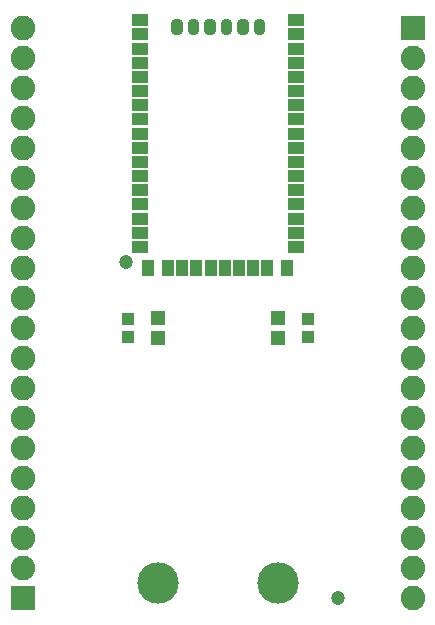
<source format=gbr>
G04 EAGLE Gerber RS-274X export*
G75*
%MOMM*%
%FSLAX34Y34*%
%LPD*%
%INSoldermask Top*%
%IPPOS*%
%AMOC8*
5,1,8,0,0,1.08239X$1,22.5*%
G01*
%ADD10R,1.403200X1.003200*%
%ADD11R,1.003200X1.403200*%
%ADD12C,0.802559*%
%ADD13R,1.003200X1.003200*%
%ADD14R,2.082800X2.082800*%
%ADD15C,2.082800*%
%ADD16R,1.203200X1.303200*%
%ADD17C,3.505200*%
%ADD18C,1.203200*%


D10*
X111800Y489700D03*
X111800Y477700D03*
X111800Y465700D03*
X111800Y453700D03*
X111800Y441700D03*
X111800Y429700D03*
X111800Y417700D03*
X111800Y405700D03*
X111800Y393700D03*
X111800Y381700D03*
X111800Y369700D03*
X111800Y357700D03*
X111800Y345700D03*
X111800Y333700D03*
X111800Y321700D03*
X111800Y309700D03*
D11*
X135800Y291700D03*
X147800Y291700D03*
X159800Y291700D03*
X171800Y291700D03*
X183800Y291700D03*
X195800Y291700D03*
X207800Y291700D03*
X219800Y291700D03*
D10*
X243800Y309700D03*
X243800Y321700D03*
X243800Y333700D03*
X243800Y345700D03*
X243800Y357700D03*
X243800Y369700D03*
X243800Y381700D03*
X243800Y393700D03*
X243800Y405700D03*
X243800Y417700D03*
X243800Y429700D03*
X243800Y441700D03*
X243800Y453700D03*
X243800Y465700D03*
X243800Y477700D03*
X243800Y489700D03*
X111800Y501700D03*
D11*
X118800Y291700D03*
X236800Y291800D03*
D10*
X243800Y501700D03*
D12*
X143803Y499703D02*
X143803Y493697D01*
X141797Y493697D01*
X141797Y499703D01*
X143803Y499703D01*
X157803Y499703D02*
X157803Y493697D01*
X155797Y493697D01*
X155797Y499703D01*
X157803Y499703D01*
X171803Y499703D02*
X171803Y493697D01*
X169797Y493697D01*
X169797Y499703D01*
X171803Y499703D01*
X185803Y499703D02*
X185803Y493697D01*
X183797Y493697D01*
X183797Y499703D01*
X185803Y499703D01*
X199803Y499703D02*
X199803Y493697D01*
X197797Y493697D01*
X197797Y499703D01*
X199803Y499703D01*
X213803Y499703D02*
X213803Y493697D01*
X211797Y493697D01*
X211797Y499703D01*
X213803Y499703D01*
D13*
X101600Y233800D03*
X101600Y248800D03*
X254000Y233800D03*
X254000Y248800D03*
D14*
X12700Y12700D03*
D15*
X12700Y38100D03*
X12700Y63500D03*
X12700Y88900D03*
X12700Y114300D03*
X12700Y139700D03*
X12700Y165100D03*
X12700Y190500D03*
X12700Y215900D03*
X12700Y241300D03*
X12700Y266700D03*
X12700Y292100D03*
X12700Y317500D03*
X12700Y342900D03*
X12700Y368300D03*
X12700Y393700D03*
X12700Y419100D03*
X12700Y444500D03*
X12700Y469900D03*
X12700Y495300D03*
D14*
X342900Y495300D03*
D15*
X342900Y469900D03*
X342900Y444500D03*
X342900Y419100D03*
X342900Y393700D03*
X342900Y368300D03*
X342900Y342900D03*
X342900Y317500D03*
X342900Y292100D03*
X342900Y266700D03*
X342900Y241300D03*
X342900Y215900D03*
X342900Y190500D03*
X342900Y165100D03*
X342900Y139700D03*
X342900Y114300D03*
X342900Y88900D03*
X342900Y63500D03*
X342900Y38100D03*
X342900Y12700D03*
D16*
X127000Y232800D03*
X127000Y249800D03*
X228600Y232800D03*
X228600Y249800D03*
D17*
X127000Y25400D03*
X228600Y25400D03*
D18*
X100584Y296926D03*
X279400Y12700D03*
M02*

</source>
